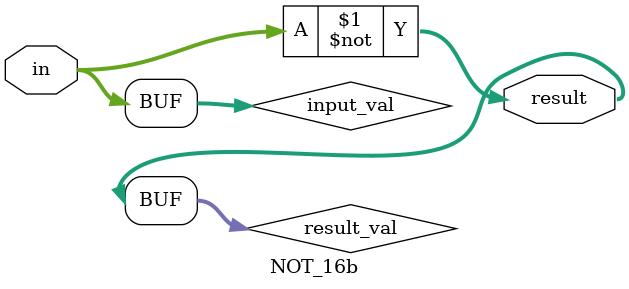
<source format=sv>
/**
    * performs a bitwise AND operation on two 16-bit inputs
*/

`default_nettype none
module NOT_16b (
    input wire [15:0] in,
    output wire [15:0] result
);

    wire [15:0] input_val, result_val;

    assign input_val = in;

	assign result_val = ~input_val;

    assign result = result_val;

endmodule

`default_nettype wire
</source>
